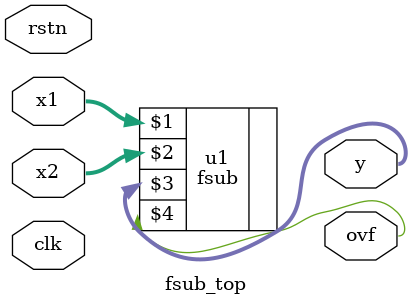
<source format=v>
module fsub_top
   (  input wire [31:0]  x1,
      input wire [31:0]  x2,
      output wire [31:0] y,
      output wire        ovf,
      input wire        clk,
      input wire        rstn);

   fsub u1(x1,x2,y,ovf);

endmodule
</source>
